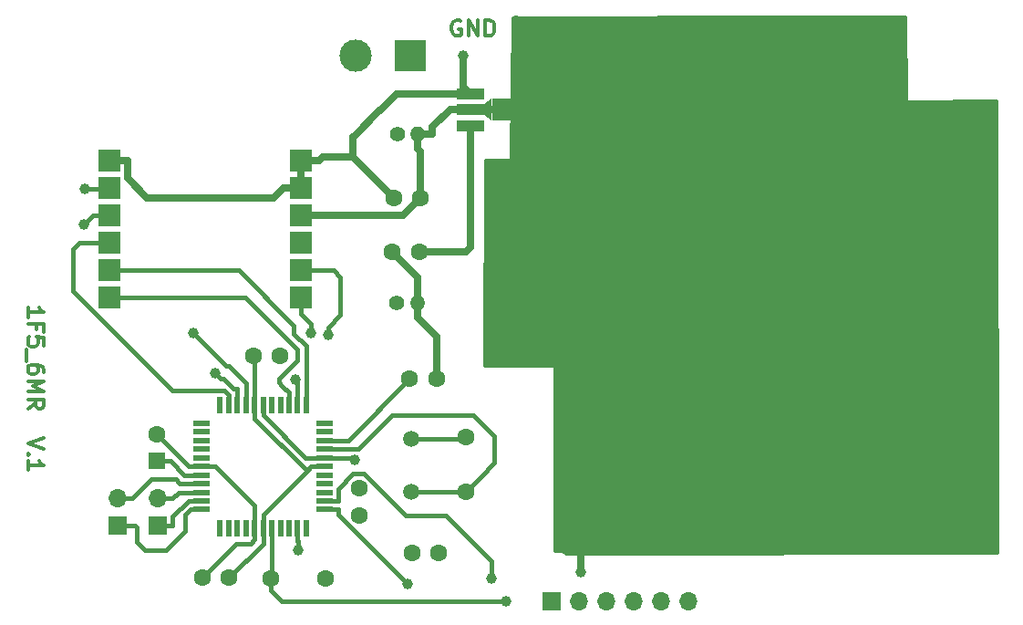
<source format=gbr>
%TF.GenerationSoftware,KiCad,Pcbnew,5.99.0+really5.1.10+dfsg1-1*%
%TF.CreationDate,2021-12-16T19:10:07+01:00*%
%TF.ProjectId,tfg,7466672e-6b69-4636-9164-5f7063625858,rev?*%
%TF.SameCoordinates,Original*%
%TF.FileFunction,Copper,L1,Top*%
%TF.FilePolarity,Positive*%
%FSLAX46Y46*%
G04 Gerber Fmt 4.6, Leading zero omitted, Abs format (unit mm)*
G04 Created by KiCad (PCBNEW 5.99.0+really5.1.10+dfsg1-1) date 2021-12-16 19:10:07*
%MOMM*%
%LPD*%
G01*
G04 APERTURE LIST*
%TA.AperFunction,NonConductor*%
%ADD10C,0.375000*%
%TD*%
%TA.AperFunction,SMDPad,CuDef*%
%ADD11R,1.500000X0.550000*%
%TD*%
%TA.AperFunction,SMDPad,CuDef*%
%ADD12R,0.550000X1.500000*%
%TD*%
%TA.AperFunction,ComponentPad*%
%ADD13C,1.600000*%
%TD*%
%TA.AperFunction,ComponentPad*%
%ADD14R,1.600000X1.600000*%
%TD*%
%TA.AperFunction,ComponentPad*%
%ADD15R,1.700000X1.700000*%
%TD*%
%TA.AperFunction,ComponentPad*%
%ADD16O,1.700000X1.700000*%
%TD*%
%TA.AperFunction,ComponentPad*%
%ADD17R,3.000000X3.000000*%
%TD*%
%TA.AperFunction,ComponentPad*%
%ADD18C,3.000000*%
%TD*%
%TA.AperFunction,SMDPad,CuDef*%
%ADD19R,2.032000X2.032000*%
%TD*%
%TA.AperFunction,ComponentPad*%
%ADD20C,1.500000*%
%TD*%
%TA.AperFunction,ComponentPad*%
%ADD21O,1.400000X1.400000*%
%TD*%
%TA.AperFunction,ComponentPad*%
%ADD22C,1.400000*%
%TD*%
%TA.AperFunction,SMDPad,CuDef*%
%ADD23R,2.500000X1.000000*%
%TD*%
%TA.AperFunction,SMDPad,CuDef*%
%ADD24R,4.000000X2.000000*%
%TD*%
%TA.AperFunction,SMDPad,CuDef*%
%ADD25C,0.100000*%
%TD*%
%TA.AperFunction,ViaPad*%
%ADD26C,1.000000*%
%TD*%
%TA.AperFunction,Conductor*%
%ADD27C,0.700000*%
%TD*%
%TA.AperFunction,Conductor*%
%ADD28C,0.400000*%
%TD*%
%TA.AperFunction,Conductor*%
%ADD29C,0.254000*%
%TD*%
%TA.AperFunction,Conductor*%
%ADD30C,0.100000*%
%TD*%
G04 APERTURE END LIST*
D10*
X177086402Y-64296860D02*
X176943545Y-64225431D01*
X176729260Y-64225431D01*
X176514974Y-64296860D01*
X176372117Y-64439717D01*
X176300688Y-64582574D01*
X176229260Y-64868288D01*
X176229260Y-65082574D01*
X176300688Y-65368288D01*
X176372117Y-65511145D01*
X176514974Y-65654002D01*
X176729260Y-65725431D01*
X176872117Y-65725431D01*
X177086402Y-65654002D01*
X177157831Y-65582574D01*
X177157831Y-65082574D01*
X176872117Y-65082574D01*
X177800688Y-65725431D02*
X177800688Y-64225431D01*
X178657831Y-65725431D01*
X178657831Y-64225431D01*
X179372117Y-65725431D02*
X179372117Y-64225431D01*
X179729260Y-64225431D01*
X179943545Y-64296860D01*
X180086402Y-64439717D01*
X180157831Y-64582574D01*
X180229260Y-64868288D01*
X180229260Y-65082574D01*
X180157831Y-65368288D01*
X180086402Y-65511145D01*
X179943545Y-65654002D01*
X179729260Y-65725431D01*
X179372117Y-65725431D01*
X136900528Y-91804848D02*
X136900528Y-90947705D01*
X136900528Y-91376277D02*
X138400528Y-91376277D01*
X138186242Y-91233420D01*
X138043385Y-91090562D01*
X137971957Y-90947705D01*
X137686242Y-92947705D02*
X137686242Y-92447705D01*
X136900528Y-92447705D02*
X138400528Y-92447705D01*
X138400528Y-93161991D01*
X138400528Y-94447705D02*
X138400528Y-93733420D01*
X137686242Y-93661991D01*
X137757671Y-93733420D01*
X137829100Y-93876277D01*
X137829100Y-94233420D01*
X137757671Y-94376277D01*
X137686242Y-94447705D01*
X137543385Y-94519134D01*
X137186242Y-94519134D01*
X137043385Y-94447705D01*
X136971957Y-94376277D01*
X136900528Y-94233420D01*
X136900528Y-93876277D01*
X136971957Y-93733420D01*
X137043385Y-93661991D01*
X136757671Y-94804848D02*
X136757671Y-95947705D01*
X138400528Y-96947705D02*
X138400528Y-96661991D01*
X138329100Y-96519134D01*
X138257671Y-96447705D01*
X138043385Y-96304848D01*
X137757671Y-96233420D01*
X137186242Y-96233420D01*
X137043385Y-96304848D01*
X136971957Y-96376277D01*
X136900528Y-96519134D01*
X136900528Y-96804848D01*
X136971957Y-96947705D01*
X137043385Y-97019134D01*
X137186242Y-97090562D01*
X137543385Y-97090562D01*
X137686242Y-97019134D01*
X137757671Y-96947705D01*
X137829100Y-96804848D01*
X137829100Y-96519134D01*
X137757671Y-96376277D01*
X137686242Y-96304848D01*
X137543385Y-96233420D01*
X136900528Y-97733420D02*
X138400528Y-97733420D01*
X137329100Y-98233420D01*
X138400528Y-98733420D01*
X136900528Y-98733420D01*
X136900528Y-100304848D02*
X137614814Y-99804848D01*
X136900528Y-99447705D02*
X138400528Y-99447705D01*
X138400528Y-100019134D01*
X138329100Y-100161991D01*
X138257671Y-100233420D01*
X138114814Y-100304848D01*
X137900528Y-100304848D01*
X137757671Y-100233420D01*
X137686242Y-100161991D01*
X137614814Y-100019134D01*
X137614814Y-99447705D01*
X138400528Y-103019134D02*
X136900528Y-103519134D01*
X138400528Y-104019134D01*
X137043385Y-104519134D02*
X136971957Y-104590562D01*
X136900528Y-104519134D01*
X136971957Y-104447705D01*
X137043385Y-104519134D01*
X136900528Y-104519134D01*
X136900528Y-106019134D02*
X136900528Y-105161991D01*
X136900528Y-105590562D02*
X138400528Y-105590562D01*
X138186242Y-105447705D01*
X138043385Y-105304848D01*
X137971957Y-105161991D01*
D11*
%TO.P,U2,1*%
%TO.N,Net-(U2-Pad1)*%
X153050000Y-101664000D03*
%TO.P,U2,2*%
%TO.N,Net-(U2-Pad2)*%
X153050000Y-102464000D03*
%TO.P,U2,3*%
%TO.N,Net-(U2-Pad3)*%
X153050000Y-103264000D03*
%TO.P,U2,4*%
%TO.N,Net-(U2-Pad4)*%
X153050000Y-104064000D03*
%TO.P,U2,5*%
%TO.N,Net-(U2-Pad5)*%
X153050000Y-104864000D03*
%TO.P,U2,6*%
%TO.N,GND-micro*%
X153050000Y-105664000D03*
%TO.P,U2,7*%
%TO.N,Net-(C5-Pad1)*%
X153050000Y-106464000D03*
%TO.P,U2,8*%
%TO.N,Net-(J1-Pad2)*%
X153050000Y-107264000D03*
%TO.P,U2,9*%
%TO.N,Net-(J2-Pad2)*%
X153050000Y-108064000D03*
%TO.P,U2,10*%
%TO.N,Net-(J2-Pad1)*%
X153050000Y-108864000D03*
%TO.P,U2,11*%
%TO.N,Net-(J1-Pad1)*%
X153050000Y-109664000D03*
D12*
%TO.P,U2,12*%
%TO.N,Net-(U2-Pad12)*%
X154750000Y-111364000D03*
%TO.P,U2,13*%
%TO.N,Net-(U2-Pad13)*%
X155550000Y-111364000D03*
%TO.P,U2,14*%
%TO.N,Net-(U2-Pad14)*%
X156350000Y-111364000D03*
%TO.P,U2,15*%
%TO.N,Net-(U2-Pad15)*%
X157150000Y-111364000D03*
%TO.P,U2,16*%
%TO.N,GND-micro*%
X157950000Y-111364000D03*
%TO.P,U2,17*%
%TO.N,V3.3-micro*%
X158750000Y-111364000D03*
%TO.P,U2,18*%
%TO.N,Net-(J3-Pad1)*%
X159550000Y-111364000D03*
%TO.P,U2,19*%
%TO.N,Net-(U2-Pad19)*%
X160350000Y-111364000D03*
%TO.P,U2,20*%
%TO.N,Net-(U2-Pad20)*%
X161150000Y-111364000D03*
%TO.P,U2,21*%
%TO.N,Net-(U1-Pad8)*%
X161950000Y-111364000D03*
%TO.P,U2,22*%
%TO.N,Net-(U2-Pad22)*%
X162750000Y-111364000D03*
D11*
%TO.P,U2,23*%
%TO.N,Net-(J3-Pad5)*%
X164450000Y-109664000D03*
%TO.P,U2,24*%
%TO.N,Net-(J3-Pad4)*%
X164450000Y-108864000D03*
%TO.P,U2,25*%
%TO.N,Net-(U2-Pad25)*%
X164450000Y-108064000D03*
%TO.P,U2,26*%
%TO.N,Net-(U2-Pad26)*%
X164450000Y-107264000D03*
%TO.P,U2,27*%
%TO.N,Net-(U2-Pad27)*%
X164450000Y-106464000D03*
%TO.P,U2,28*%
%TO.N,V3.3-micro*%
X164450000Y-105664000D03*
%TO.P,U2,29*%
%TO.N,GND-micro*%
X164450000Y-104864000D03*
%TO.P,U2,30*%
%TO.N,Net-(C2-Pad2)*%
X164450000Y-104064000D03*
%TO.P,U2,31*%
%TO.N,Net-(C1-Pad1)*%
X164450000Y-103264000D03*
%TO.P,U2,32*%
%TO.N,Net-(U2-Pad32)*%
X164450000Y-102464000D03*
%TO.P,U2,33*%
%TO.N,Net-(U2-Pad33)*%
X164450000Y-101664000D03*
D12*
%TO.P,U2,34*%
%TO.N,Net-(U1-Pad5)*%
X162750000Y-99964000D03*
%TO.P,U2,35*%
%TO.N,Net-(U1-Pad7)*%
X161950000Y-99964000D03*
%TO.P,U2,36*%
%TO.N,Net-(U1-Pad6)*%
X161150000Y-99964000D03*
%TO.P,U2,37*%
%TO.N,Net-(U2-Pad37)*%
X160350000Y-99964000D03*
%TO.P,U2,38*%
%TO.N,Net-(U2-Pad38)*%
X159550000Y-99964000D03*
%TO.P,U2,39*%
%TO.N,GND-micro*%
X158750000Y-99964000D03*
%TO.P,U2,40*%
%TO.N,V3.3-micro*%
X157950000Y-99964000D03*
%TO.P,U2,41*%
%TO.N,Net-(U1-Pad2)*%
X157150000Y-99964000D03*
%TO.P,U2,42*%
%TO.N,Net-(U1-Pad3)*%
X156350000Y-99964000D03*
%TO.P,U2,43*%
%TO.N,Net-(U1-Pad4)*%
X155550000Y-99964000D03*
%TO.P,U2,44*%
%TO.N,Net-(U2-Pad44)*%
X154750000Y-99964000D03*
%TD*%
D13*
%TO.P,C1,2*%
%TO.N,GND*%
X174864000Y-97536000D03*
%TO.P,C1,1*%
%TO.N,Net-(C1-Pad1)*%
X172364000Y-97536000D03*
%TD*%
%TO.P,C2,1*%
%TO.N,GND*%
X175057000Y-113690000D03*
%TO.P,C2,2*%
%TO.N,Net-(C2-Pad2)*%
X172557000Y-113690000D03*
%TD*%
%TO.P,C3,1*%
%TO.N,V3.3-micro*%
X155600000Y-116002000D03*
%TO.P,C3,2*%
%TO.N,GND-micro*%
X153100000Y-116002000D03*
%TD*%
%TO.P,C4,2*%
%TO.N,V3.3-micro*%
X157840000Y-95412600D03*
%TO.P,C4,1*%
%TO.N,GND-micro*%
X160340000Y-95412600D03*
%TD*%
D14*
%TO.P,C5,1*%
%TO.N,Net-(C5-Pad1)*%
X148844000Y-105156000D03*
D13*
%TO.P,C5,2*%
%TO.N,GND-micro*%
X148844000Y-102656000D03*
%TD*%
%TO.P,C6,2*%
%TO.N,GND*%
X170878000Y-80782100D03*
%TO.P,C6,1*%
%TO.N,+3V3*%
X173378000Y-80782100D03*
%TD*%
%TO.P,C8,1*%
%TO.N,GND-micro*%
X167640000Y-107696000D03*
%TO.P,C8,2*%
%TO.N,V3.3-micro*%
X167640000Y-110196000D03*
%TD*%
D15*
%TO.P,J3,1*%
%TO.N,Net-(J3-Pad1)*%
X185562000Y-118148000D03*
D16*
%TO.P,J3,2*%
%TO.N,+3V3*%
X188102000Y-118148000D03*
%TO.P,J3,3*%
%TO.N,GND*%
X190642000Y-118148000D03*
%TO.P,J3,4*%
%TO.N,Net-(J3-Pad4)*%
X193182000Y-118148000D03*
%TO.P,J3,5*%
%TO.N,Net-(J3-Pad5)*%
X195722000Y-118148000D03*
%TO.P,J3,6*%
%TO.N,Net-(J3-Pad6)*%
X198262000Y-118148000D03*
%TD*%
D17*
%TO.P,J4,1*%
%TO.N,GND*%
X172443000Y-67541100D03*
D18*
%TO.P,J4,2*%
%TO.N,Net-(C7-Pad1)*%
X167363000Y-67541100D03*
%TD*%
D13*
%TO.P,R1,1*%
%TO.N,Net-(C1-Pad1)*%
X177597000Y-102972000D03*
%TO.P,R1,2*%
%TO.N,Net-(C2-Pad2)*%
X177597000Y-108052000D03*
%TD*%
%TO.P,R2,2*%
%TO.N,V3.3-micro*%
X164541000Y-116027000D03*
%TO.P,R2,1*%
%TO.N,Net-(J3-Pad1)*%
X159461000Y-116027000D03*
%TD*%
D19*
%TO.P,U1,1*%
%TO.N,GND*%
X144488000Y-77320100D03*
%TO.P,U1,2*%
%TO.N,Net-(U1-Pad2)*%
X144488000Y-79860100D03*
%TO.P,U1,3*%
%TO.N,Net-(U1-Pad3)*%
X144488000Y-82400100D03*
%TO.P,U1,4*%
%TO.N,Net-(U1-Pad4)*%
X144488000Y-84940100D03*
%TO.P,U1,5*%
%TO.N,Net-(U1-Pad5)*%
X144488000Y-87480100D03*
%TO.P,U1,6*%
%TO.N,Net-(U1-Pad6)*%
X144488000Y-90020100D03*
%TO.P,U1,7*%
%TO.N,Net-(U1-Pad7)*%
X162268000Y-90020100D03*
%TO.P,U1,8*%
%TO.N,Net-(U1-Pad8)*%
X162268000Y-87480100D03*
%TO.P,U1,9*%
%TO.N,Net-(U1-Pad9)*%
X162268000Y-84940100D03*
%TO.P,U1,10*%
%TO.N,+3V3*%
X162268000Y-82400100D03*
%TO.P,U1,11*%
%TO.N,GND*%
X162268000Y-79860100D03*
%TO.P,U1,12*%
X162268000Y-77320100D03*
%TD*%
D20*
%TO.P,Y1,1*%
%TO.N,Net-(C1-Pad1)*%
X172466000Y-103124000D03*
%TO.P,Y1,2*%
%TO.N,Net-(C2-Pad2)*%
X172466000Y-108024000D03*
%TD*%
D16*
%TO.P,J1,2*%
%TO.N,Net-(J1-Pad2)*%
X145212000Y-108610000D03*
D15*
%TO.P,J1,1*%
%TO.N,Net-(J1-Pad1)*%
X145212000Y-111150000D03*
%TD*%
%TO.P,J2,1*%
%TO.N,Net-(J2-Pad1)*%
X148996000Y-111150000D03*
D16*
%TO.P,J2,2*%
%TO.N,Net-(J2-Pad2)*%
X148996000Y-108610000D03*
%TD*%
D13*
%TO.P,C7,1*%
%TO.N,Net-(C7-Pad1)*%
X173228000Y-85791000D03*
%TO.P,C7,2*%
%TO.N,GND*%
X170728000Y-85791000D03*
%TD*%
D21*
%TO.P,R3,2*%
%TO.N,+3V3*%
X173124000Y-74797900D03*
D22*
%TO.P,R3,1*%
%TO.N,V3.3-micro*%
X171224000Y-74797900D03*
%TD*%
%TO.P,R4,1*%
%TO.N,GND-micro*%
X171173000Y-90515400D03*
D21*
%TO.P,R4,2*%
%TO.N,GND*%
X173073000Y-90515400D03*
%TD*%
D23*
%TO.P,U3,1*%
%TO.N,GND*%
X177999000Y-71062700D03*
%TO.P,U3,2*%
%TO.N,+3V3*%
X177999000Y-72562700D03*
%TO.P,U3,3*%
%TO.N,Net-(C7-Pad1)*%
X177999000Y-74062700D03*
D24*
%TO.P,U3,2*%
%TO.N,+3V3*%
X181959000Y-72562700D03*
%TA.AperFunction,SMDPad,CuDef*%
D25*
G36*
X179984000Y-73562700D02*
G01*
X179234000Y-73062700D01*
X179234000Y-72062700D01*
X179984000Y-71562700D01*
X179984000Y-73562700D01*
G37*
%TD.AperFunction*%
%TD*%
D26*
%TO.N,GND*%
X177358000Y-67541100D03*
%TO.N,Net-(J3-Pad1)*%
X181274720Y-118173500D03*
%TO.N,Net-(U1-Pad2)*%
X152247200Y-93295300D03*
X142148560Y-79867760D03*
%TO.N,Net-(U1-Pad3)*%
X154302460Y-97045780D03*
X142099000Y-83213800D03*
%TO.N,Net-(U1-Pad7)*%
X161764980Y-97589340D03*
X163189920Y-93273880D03*
%TO.N,Net-(U1-Pad8)*%
X161960560Y-113459260D03*
X164757100Y-93479620D03*
%TO.N,Net-(J3-Pad5)*%
X172186600Y-116588540D03*
%TO.N,Net-(J3-Pad4)*%
X179961540Y-116047520D03*
%TO.N,GND-micro*%
X167244900Y-105030400D03*
%TO.N,+3V3*%
X188203840Y-115461620D03*
%TD*%
D27*
%TO.N,GND*%
X162268000Y-79860100D02*
X160601700Y-79860100D01*
X160601700Y-79860100D02*
X159739700Y-80722100D01*
X159739700Y-80722100D02*
X147958900Y-80722100D01*
X147958900Y-80722100D02*
X146154300Y-78917500D01*
X146154300Y-78917500D02*
X146154300Y-77320100D01*
X162268000Y-77320100D02*
X162268000Y-79860100D01*
X144488000Y-77320100D02*
X146154300Y-77320100D01*
X173073000Y-90515400D02*
X173073000Y-91865700D01*
X173073000Y-91865700D02*
X174864000Y-93656700D01*
X174864000Y-93656700D02*
X174864000Y-97536000D01*
X173073000Y-90515400D02*
X173073000Y-88136000D01*
X173073000Y-88136000D02*
X170728000Y-85791000D01*
X172443000Y-67541100D02*
X172443000Y-68196100D01*
X173232100Y-68196100D02*
X172443000Y-68196100D01*
X167074800Y-76978900D02*
X164275500Y-76978900D01*
X164275500Y-76978900D02*
X163934300Y-77320100D01*
X170878000Y-80782100D02*
X167074800Y-76978900D01*
X167074800Y-76978900D02*
X167074800Y-75059600D01*
X162268000Y-77320100D02*
X163934300Y-77320100D01*
X177358000Y-70421700D02*
X177999000Y-71062700D01*
X177999000Y-71062700D02*
X176049000Y-71062700D01*
X167074800Y-75059600D02*
X167134480Y-75059600D01*
X167134480Y-75059600D02*
X169570400Y-72623680D01*
X169570400Y-72623680D02*
X169600880Y-72623680D01*
X171161860Y-71062700D02*
X176049000Y-71062700D01*
X169600880Y-72623680D02*
X171161860Y-71062700D01*
X177358000Y-70421700D02*
X177358000Y-67541100D01*
D28*
%TO.N,Net-(C1-Pad1)*%
X172364000Y-97536000D02*
X166636000Y-103264000D01*
X166636000Y-103264000D02*
X164450000Y-103264000D01*
X172466000Y-103124000D02*
X177445000Y-103124000D01*
X177445000Y-103124000D02*
X177597000Y-102972000D01*
%TO.N,Net-(C2-Pad2)*%
X177569000Y-108024000D02*
X177597000Y-108052000D01*
X172466000Y-108024000D02*
X177569000Y-108024000D01*
X167556000Y-104064000D02*
X164450000Y-104064000D01*
X178274980Y-100883720D02*
X170736280Y-100883720D01*
X180228240Y-102836980D02*
X178274980Y-100883720D01*
X178902900Y-106690100D02*
X178902900Y-106661680D01*
X177569000Y-108024000D02*
X178902900Y-106690100D01*
X178902900Y-106661680D02*
X180218080Y-105346500D01*
X180218080Y-105346500D02*
X180218080Y-103669078D01*
X170736280Y-100883720D02*
X167556000Y-104064000D01*
X180218080Y-103669078D02*
X180228240Y-103658918D01*
X180228240Y-103658918D02*
X180228240Y-102836980D01*
%TO.N,Net-(C5-Pad1)*%
X148844000Y-105156000D02*
X150144300Y-105156000D01*
X150144300Y-105156000D02*
X151452300Y-106464000D01*
X151452300Y-106464000D02*
X153050000Y-106464000D01*
%TO.N,Net-(J1-Pad1)*%
X146875100Y-111150000D02*
X146562300Y-111150000D01*
X146562300Y-111150000D02*
X145212000Y-111150000D01*
X147040600Y-111315500D02*
X146875100Y-111150000D01*
X147040600Y-112715040D02*
X147040600Y-111315500D01*
X151989662Y-109664000D02*
X151523700Y-110129962D01*
X153050000Y-109664000D02*
X151989662Y-109664000D01*
X151523700Y-110129962D02*
X151523700Y-111696500D01*
X151523700Y-111696500D02*
X149750780Y-113469420D01*
X149750780Y-113469420D02*
X147794980Y-113469420D01*
X147794980Y-113469420D02*
X147040600Y-112715040D01*
%TO.N,Net-(J1-Pad2)*%
X146562300Y-108610000D02*
X145212000Y-108610000D01*
X151799700Y-107264000D02*
X151775100Y-107239400D01*
X153050000Y-107264000D02*
X151799700Y-107264000D01*
X151775100Y-107239400D02*
X151026460Y-107239400D01*
X151026460Y-107239400D02*
X150609300Y-106822240D01*
X150609300Y-106822240D02*
X148350060Y-106822240D01*
X148350060Y-106822240D02*
X146562300Y-108610000D01*
%TO.N,Net-(J2-Pad2)*%
X148996000Y-108610000D02*
X150346300Y-108610000D01*
X150346300Y-108610000D02*
X150892300Y-108064000D01*
X150892300Y-108064000D02*
X153050000Y-108064000D01*
%TO.N,Net-(J2-Pad1)*%
X153050000Y-108864000D02*
X151799700Y-108864000D01*
X148996000Y-111150000D02*
X150346300Y-111150000D01*
X150346300Y-111150000D02*
X150346300Y-110317400D01*
X150346300Y-110317400D02*
X151799700Y-108864000D01*
%TO.N,Net-(J3-Pad1)*%
X159550000Y-115938000D02*
X159461000Y-116027000D01*
X159550000Y-111364000D02*
X159550000Y-115938000D01*
X159461000Y-117158370D02*
X160476130Y-118173500D01*
X159461000Y-116027000D02*
X159461000Y-117158370D01*
X160476130Y-118173500D02*
X181274720Y-118173500D01*
%TO.N,Net-(U1-Pad2)*%
X152247200Y-93295300D02*
X152464000Y-93295300D01*
X142156220Y-79860100D02*
X142148560Y-79867760D01*
X152247200Y-93295300D02*
X155271240Y-96319340D01*
X155271240Y-96319340D02*
X155521660Y-96319340D01*
X157150000Y-97947680D02*
X157150000Y-99964000D01*
X155521660Y-96319340D02*
X157150000Y-97947680D01*
X144480340Y-79867760D02*
X144488000Y-79860100D01*
X142148560Y-79867760D02*
X144480340Y-79867760D01*
%TO.N,Net-(U1-Pad3)*%
X144488000Y-82400100D02*
X142912700Y-82400100D01*
X156350000Y-98478500D02*
X156350000Y-99964000D01*
X142099000Y-83213800D02*
X142912700Y-82400100D01*
X154802459Y-97545779D02*
X154302460Y-97045780D01*
X155067542Y-97545779D02*
X154802459Y-97545779D01*
X156000263Y-98478500D02*
X155067542Y-97545779D01*
X156350000Y-98478500D02*
X156000263Y-98478500D01*
%TO.N,Net-(U1-Pad4)*%
X155550000Y-99018200D02*
X155550000Y-99964000D01*
X141668540Y-84940100D02*
X141094460Y-85514180D01*
X144488000Y-84940100D02*
X141668540Y-84940100D01*
X141094460Y-85514180D02*
X141094460Y-89375060D01*
X141094460Y-89375060D02*
X150307800Y-98588400D01*
X150307800Y-98588400D02*
X155120200Y-98588400D01*
X155120200Y-98588400D02*
X155550000Y-99018200D01*
%TO.N,Net-(U1-Pad5)*%
X155255400Y-87480100D02*
X144488000Y-87480100D01*
X156512220Y-87480100D02*
X155255400Y-87480100D01*
X161612580Y-92580460D02*
X156512220Y-87480100D01*
X161612580Y-93365320D02*
X161612580Y-92580460D01*
X162750000Y-99964000D02*
X162750000Y-94502740D01*
X162750000Y-94502740D02*
X161612580Y-93365320D01*
%TO.N,Net-(U1-Pad6)*%
X161894520Y-95862140D02*
X161894520Y-94800420D01*
X161150000Y-98814000D02*
X160595900Y-98259900D01*
X157114200Y-90020100D02*
X144488000Y-90020100D01*
X161150000Y-99964000D02*
X161150000Y-98814000D01*
X160595900Y-98259900D02*
X160591500Y-98259900D01*
X161894520Y-94800420D02*
X157114200Y-90020100D01*
X160213040Y-97881440D02*
X160213040Y-97543620D01*
X160591500Y-98259900D02*
X160213040Y-97881440D01*
X160213040Y-97543620D02*
X161894520Y-95862140D01*
%TO.N,Net-(U1-Pad7)*%
X162268000Y-90020100D02*
X162268000Y-91536400D01*
X161950000Y-97774360D02*
X161764980Y-97589340D01*
X161950000Y-99964000D02*
X161950000Y-97774360D01*
X163189920Y-92458320D02*
X163189920Y-93273880D01*
X162268000Y-91536400D02*
X163189920Y-92458320D01*
%TO.N,Net-(U1-Pad8)*%
X161950000Y-111364000D02*
X161950000Y-112614300D01*
X161960560Y-112624860D02*
X161960560Y-113459260D01*
X161950000Y-112614300D02*
X161960560Y-112624860D01*
X165298080Y-87480100D02*
X162268000Y-87480100D01*
X165907720Y-88089740D02*
X165298080Y-87480100D01*
X165907720Y-91621894D02*
X165907720Y-88089740D01*
X164757100Y-92772514D02*
X165907720Y-91621894D01*
X164757100Y-93479620D02*
X164757100Y-92772514D01*
%TO.N,Net-(J3-Pad5)*%
X164450000Y-109664000D02*
X165700300Y-109664000D01*
X167554800Y-112003100D02*
X165700300Y-110148600D01*
X165700300Y-110148600D02*
X165700300Y-109664000D01*
X172186600Y-116588540D02*
X172186600Y-116588540D01*
X167601160Y-112003100D02*
X172186600Y-116588540D01*
X167554800Y-112003100D02*
X167601160Y-112003100D01*
%TO.N,Net-(J3-Pad4)*%
X179961540Y-116047520D02*
X179961540Y-116047520D01*
X175715500Y-110221600D02*
X179961540Y-114467640D01*
X179961540Y-114467640D02*
X179961540Y-116047520D01*
X165700300Y-108864000D02*
X165700300Y-107739300D01*
X164450000Y-108864000D02*
X165700300Y-108864000D01*
X167109700Y-106329900D02*
X168112900Y-106329900D01*
X168112900Y-106329900D02*
X172004600Y-110221600D01*
X165700300Y-107739300D02*
X167109700Y-106329900D01*
X172004600Y-110221600D02*
X175715500Y-110221600D01*
%TO.N,V3.3-micro*%
X157840000Y-95412600D02*
X157950000Y-95522600D01*
X157950000Y-95522600D02*
X157950000Y-99964000D01*
X162799700Y-106064000D02*
X163199700Y-105664000D01*
X158750000Y-111364000D02*
X158750000Y-110113700D01*
X158750000Y-110113700D02*
X162799700Y-106064000D01*
X162799700Y-106064000D02*
X157950000Y-101214300D01*
X157950000Y-99964000D02*
X157950000Y-101214300D01*
X158750000Y-112852000D02*
X158750000Y-111364000D01*
X164450000Y-105664000D02*
X163199700Y-105664000D01*
X155600000Y-116002000D02*
X158750000Y-112852000D01*
%TO.N,GND-micro*%
X153050000Y-105664000D02*
X151799700Y-105664000D01*
X148844000Y-102656000D02*
X151799700Y-105611700D01*
X151799700Y-105611700D02*
X151799700Y-105664000D01*
X153050000Y-105664000D02*
X154300300Y-105664000D01*
X154300300Y-105664000D02*
X157950000Y-109313700D01*
X157950000Y-109313700D02*
X157950000Y-111364000D01*
X164450000Y-104864000D02*
X162693400Y-104864000D01*
X162693400Y-104864000D02*
X158750000Y-100920600D01*
X158750000Y-100920600D02*
X158750000Y-99964000D01*
X153100000Y-116002000D02*
X156273400Y-112828600D01*
X156273400Y-112828600D02*
X157560600Y-112828600D01*
X157560600Y-112828600D02*
X157950000Y-112439200D01*
X157950000Y-111364000D02*
X157950000Y-112439200D01*
X167078500Y-104864000D02*
X167244900Y-105030400D01*
X164450000Y-104864000D02*
X167078500Y-104864000D01*
D27*
%TO.N,+3V3*%
X177999000Y-72562700D02*
X176098700Y-72562700D01*
X173124000Y-74797900D02*
X174474300Y-74797900D01*
X176098700Y-72562700D02*
X174474300Y-74187100D01*
X174474300Y-74187100D02*
X174474300Y-74797900D01*
X179609000Y-72562700D02*
X177999000Y-72562700D01*
X173378000Y-80782100D02*
X171760000Y-82400100D01*
X173124000Y-76148200D02*
X173378000Y-76402200D01*
X173378000Y-76402200D02*
X173378000Y-80782100D01*
X173124000Y-74797900D02*
X173124000Y-76148200D01*
X181959000Y-72562700D02*
X179609000Y-72562700D01*
X171760000Y-82400100D02*
X162268000Y-82400100D01*
X188203840Y-114895935D02*
X188203840Y-113162080D01*
X188203840Y-114895935D02*
X188203840Y-115461620D01*
%TO.N,Net-(C7-Pad1)*%
X173228000Y-85791000D02*
X177551120Y-85791000D01*
X177999000Y-85343120D02*
X177999000Y-74062700D01*
X177551120Y-85791000D02*
X177999000Y-85343120D01*
%TD*%
D29*
%TO.N,+3V3*%
X218444447Y-71643983D02*
X218454399Y-71692527D01*
X218482170Y-71733567D01*
X218523532Y-71760855D01*
X218572830Y-71770232D01*
X226827921Y-71680190D01*
X226895456Y-113705990D01*
X186920486Y-113816425D01*
X186891593Y-113774216D01*
X186805398Y-113718010D01*
X186729596Y-113648415D01*
X186659333Y-113622764D01*
X186596679Y-113581909D01*
X186495535Y-113562967D01*
X186398871Y-113527678D01*
X186236909Y-113534592D01*
X185775600Y-113539766D01*
X185775600Y-96479360D01*
X185765933Y-96430759D01*
X185738403Y-96389557D01*
X185697201Y-96362027D01*
X185648600Y-96352360D01*
X179276106Y-96352360D01*
X179331255Y-77210654D01*
X181615348Y-77205840D01*
X181663928Y-77196070D01*
X181705072Y-77168453D01*
X181732515Y-77127193D01*
X181742074Y-77080109D01*
X181873005Y-63981971D01*
X182270227Y-63946302D01*
X182271750Y-63948882D01*
X182311352Y-63978668D01*
X182366917Y-63991229D01*
X208031856Y-63891355D01*
X218399065Y-63890506D01*
X218444447Y-71643983D01*
%TA.AperFunction,Conductor*%
D30*
G36*
X218444447Y-71643983D02*
G01*
X218454399Y-71692527D01*
X218482170Y-71733567D01*
X218523532Y-71760855D01*
X218572830Y-71770232D01*
X226827921Y-71680190D01*
X226895456Y-113705990D01*
X186920486Y-113816425D01*
X186891593Y-113774216D01*
X186805398Y-113718010D01*
X186729596Y-113648415D01*
X186659333Y-113622764D01*
X186596679Y-113581909D01*
X186495535Y-113562967D01*
X186398871Y-113527678D01*
X186236909Y-113534592D01*
X185775600Y-113539766D01*
X185775600Y-96479360D01*
X185765933Y-96430759D01*
X185738403Y-96389557D01*
X185697201Y-96362027D01*
X185648600Y-96352360D01*
X179276106Y-96352360D01*
X179331255Y-77210654D01*
X181615348Y-77205840D01*
X181663928Y-77196070D01*
X181705072Y-77168453D01*
X181732515Y-77127193D01*
X181742074Y-77080109D01*
X181873005Y-63981971D01*
X182270227Y-63946302D01*
X182271750Y-63948882D01*
X182311352Y-63978668D01*
X182366917Y-63991229D01*
X208031856Y-63891355D01*
X218399065Y-63890506D01*
X218444447Y-71643983D01*
G37*
%TD.AperFunction*%
%TD*%
M02*

</source>
